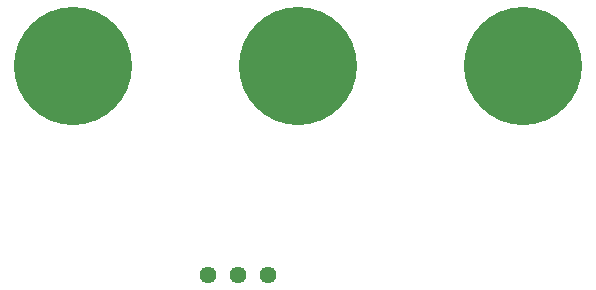
<source format=gbs>
G04 #@! TF.GenerationSoftware,KiCad,Pcbnew,(6.0.8-1)-1*
G04 #@! TF.CreationDate,2022-10-22T21:37:00+02:00*
G04 #@! TF.ProjectId,shunt_regulator,7368756e-745f-4726-9567-756c61746f72,rev?*
G04 #@! TF.SameCoordinates,Original*
G04 #@! TF.FileFunction,Soldermask,Bot*
G04 #@! TF.FilePolarity,Negative*
%FSLAX46Y46*%
G04 Gerber Fmt 4.6, Leading zero omitted, Abs format (unit mm)*
G04 Created by KiCad (PCBNEW (6.0.8-1)-1) date 2022-10-22 21:37:00*
%MOMM*%
%LPD*%
G01*
G04 APERTURE LIST*
%ADD10C,10.000000*%
%ADD11C,1.440000*%
G04 APERTURE END LIST*
D10*
X19050000Y0D03*
X0Y0D03*
X-19050000Y0D03*
D11*
X-7630000Y-17669000D03*
X-5090000Y-17669000D03*
X-2550000Y-17669000D03*
M02*

</source>
